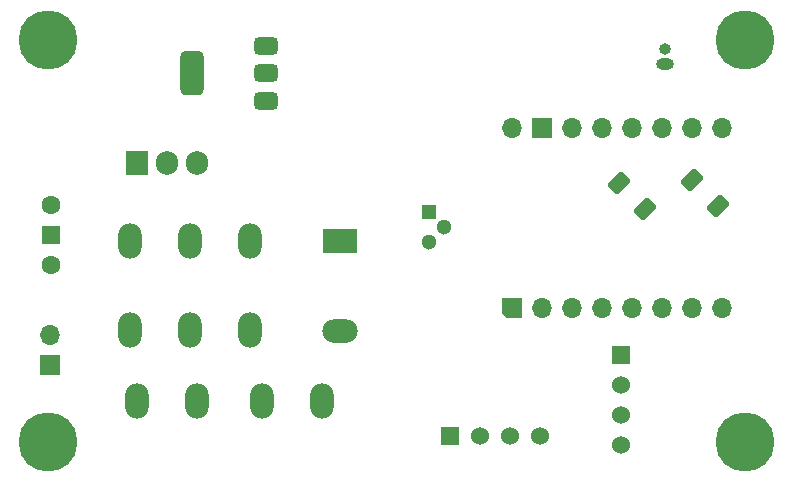
<source format=gbr>
%TF.GenerationSoftware,KiCad,Pcbnew,8.0.4*%
%TF.CreationDate,2024-07-28T00:02:19-04:00*%
%TF.ProjectId,ESP32-C3-WROOM-Node-Temperature,45535033-322d-4433-932d-57524f4f4d2d,rev?*%
%TF.SameCoordinates,Original*%
%TF.FileFunction,Soldermask,Bot*%
%TF.FilePolarity,Negative*%
%FSLAX46Y46*%
G04 Gerber Fmt 4.6, Leading zero omitted, Abs format (unit mm)*
G04 Created by KiCad (PCBNEW 8.0.4) date 2024-07-28 00:02:19*
%MOMM*%
%LPD*%
G01*
G04 APERTURE LIST*
G04 Aperture macros list*
%AMRoundRect*
0 Rectangle with rounded corners*
0 $1 Rounding radius*
0 $2 $3 $4 $5 $6 $7 $8 $9 X,Y pos of 4 corners*
0 Add a 4 corners polygon primitive as box body*
4,1,4,$2,$3,$4,$5,$6,$7,$8,$9,$2,$3,0*
0 Add four circle primitives for the rounded corners*
1,1,$1+$1,$2,$3*
1,1,$1+$1,$4,$5*
1,1,$1+$1,$6,$7*
1,1,$1+$1,$8,$9*
0 Add four rect primitives between the rounded corners*
20,1,$1+$1,$2,$3,$4,$5,0*
20,1,$1+$1,$4,$5,$6,$7,0*
20,1,$1+$1,$6,$7,$8,$9,0*
20,1,$1+$1,$8,$9,$2,$3,0*%
%AMOutline5P*
0 Free polygon, 5 corners , with rotation*
0 The origin of the aperture is its center*
0 number of corners: always 5*
0 $1 to $10 corner X, Y*
0 $11 Rotation angle, in degrees counterclockwise*
0 create outline with 5 corners*
4,1,5,$1,$2,$3,$4,$5,$6,$7,$8,$9,$10,$1,$2,$11*%
%AMOutline6P*
0 Free polygon, 6 corners , with rotation*
0 The origin of the aperture is its center*
0 number of corners: always 6*
0 $1 to $12 corner X, Y*
0 $13 Rotation angle, in degrees counterclockwise*
0 create outline with 6 corners*
4,1,6,$1,$2,$3,$4,$5,$6,$7,$8,$9,$10,$11,$12,$1,$2,$13*%
%AMOutline7P*
0 Free polygon, 7 corners , with rotation*
0 The origin of the aperture is its center*
0 number of corners: always 7*
0 $1 to $14 corner X, Y*
0 $15 Rotation angle, in degrees counterclockwise*
0 create outline with 7 corners*
4,1,7,$1,$2,$3,$4,$5,$6,$7,$8,$9,$10,$11,$12,$13,$14,$1,$2,$15*%
%AMOutline8P*
0 Free polygon, 8 corners , with rotation*
0 The origin of the aperture is its center*
0 number of corners: always 8*
0 $1 to $16 corner X, Y*
0 $17 Rotation angle, in degrees counterclockwise*
0 create outline with 8 corners*
4,1,8,$1,$2,$3,$4,$5,$6,$7,$8,$9,$10,$11,$12,$13,$14,$15,$16,$1,$2,$17*%
G04 Aperture macros list end*
%ADD10R,1.300000X1.300000*%
%ADD11C,1.300000*%
%ADD12O,2.000000X3.000000*%
%ADD13R,1.524000X1.524000*%
%ADD14C,1.524000*%
%ADD15R,1.700000X1.700000*%
%ADD16O,1.700000X1.700000*%
%ADD17Outline5P,-0.850000X0.425000X-0.425000X0.850000X0.850000X0.850000X0.850000X-0.850000X-0.850000X-0.850000X90.000000*%
%ADD18C,5.000000*%
%ADD19R,1.905000X2.000000*%
%ADD20O,1.905000X2.000000*%
%ADD21R,3.000000X2.000000*%
%ADD22O,3.000000X2.000000*%
%ADD23O,1.500000X1.000000*%
%ADD24O,1.000000X1.000000*%
%ADD25R,1.500000X1.500000*%
%ADD26C,1.600000*%
%ADD27RoundRect,0.250000X-0.724784X-0.159099X-0.159099X-0.724784X0.724784X0.159099X0.159099X0.724784X0*%
%ADD28RoundRect,0.375000X0.625000X0.375000X-0.625000X0.375000X-0.625000X-0.375000X0.625000X-0.375000X0*%
%ADD29RoundRect,0.500000X0.500000X1.400000X-0.500000X1.400000X-0.500000X-1.400000X0.500000X-1.400000X0*%
%ADD30RoundRect,0.250000X0.724784X0.159099X0.159099X0.724784X-0.724784X-0.159099X-0.159099X-0.724784X0*%
G04 APERTURE END LIST*
D10*
%TO.C,Q1*%
X145830000Y-76830000D03*
D11*
X147100000Y-78100000D03*
X145830000Y-79370000D03*
%TD*%
D12*
%TO.C,J3*%
X136800000Y-92800000D03*
X131720000Y-92800000D03*
%TD*%
D13*
%TO.C,J4*%
X147600000Y-95800000D03*
D14*
X155220000Y-95800000D03*
X152680000Y-95800000D03*
X150140000Y-95800000D03*
%TD*%
D13*
%TO.C,U3*%
X162100000Y-88960000D03*
D14*
X162100000Y-91500000D03*
X162100000Y-94040000D03*
X162100000Y-96580000D03*
%TD*%
D15*
%TO.C,J1*%
X113775000Y-89750000D03*
D16*
X113775000Y-87210000D03*
%TD*%
D17*
%TO.C,U1*%
X152840000Y-84920000D03*
D16*
X155380000Y-84920000D03*
X157920000Y-84920000D03*
X160460000Y-84920000D03*
X163000000Y-84920000D03*
X165540000Y-84920000D03*
X168080000Y-84920000D03*
X170620000Y-84920000D03*
X170620000Y-69680000D03*
X168080000Y-69680000D03*
X165540000Y-69680000D03*
X163000000Y-69680000D03*
X160460000Y-69680000D03*
X157920000Y-69680000D03*
D15*
X155380000Y-69680000D03*
D16*
X152840000Y-69680000D03*
%TD*%
D18*
%TO.C,H1*%
X113600000Y-62300000D03*
X113600000Y-96300000D03*
X172600000Y-96300000D03*
X172600000Y-62300000D03*
%TD*%
D19*
%TO.C,U4*%
X121060000Y-72645000D03*
D20*
X123600000Y-72645000D03*
X126140000Y-72645000D03*
%TD*%
D12*
%TO.C,J2*%
X126200000Y-92800000D03*
X121120000Y-92800000D03*
%TD*%
%TO.C,K1*%
X125600000Y-79300000D03*
X130680000Y-79300000D03*
X120520000Y-79300000D03*
X125600000Y-86800000D03*
X130680000Y-86800000D03*
X120520000Y-86800000D03*
D21*
X138300000Y-79300000D03*
D22*
X138300000Y-86920000D03*
%TD*%
D23*
%TO.C,R2*%
X165800000Y-64270000D03*
D24*
X165800000Y-63000000D03*
%TD*%
D25*
%TO.C,SW1*%
X113800000Y-78760000D03*
D26*
X113800000Y-76220000D03*
X113800000Y-81300000D03*
%TD*%
D27*
%TO.C,R1*%
X161903984Y-74403984D03*
X164096016Y-76596016D03*
%TD*%
D28*
%TO.C,U2*%
X132050000Y-62800000D03*
X132050000Y-65100000D03*
X132050000Y-67400000D03*
D29*
X125750000Y-65100000D03*
%TD*%
D30*
%TO.C,R3*%
X170296016Y-76296016D03*
X168103984Y-74103984D03*
%TD*%
M02*

</source>
